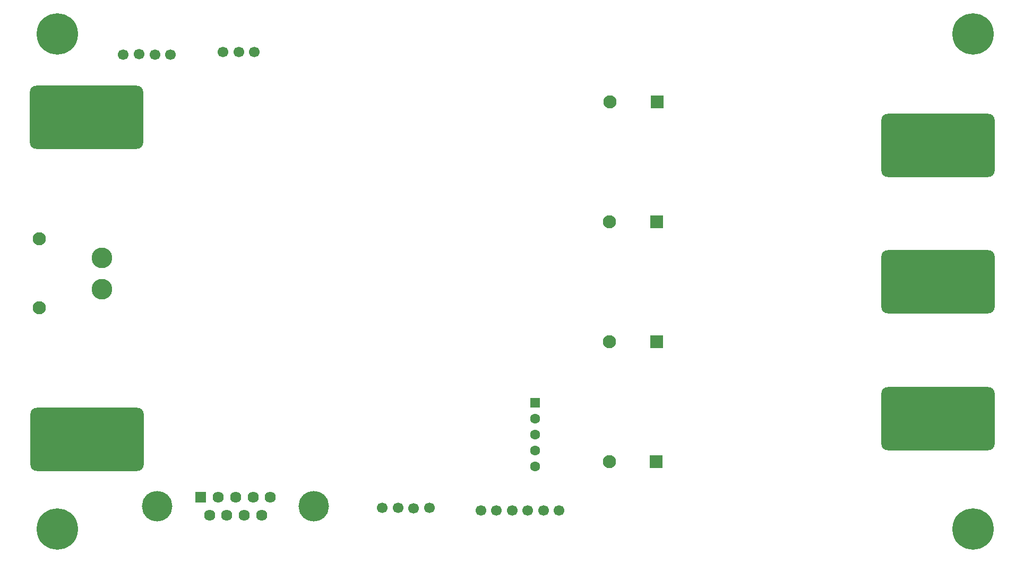
<source format=gbs>
G04*
G04 #@! TF.GenerationSoftware,Altium Limited,Altium Designer,22.6.1 (34)*
G04*
G04 Layer_Color=16711935*
%FSLAX44Y44*%
%MOMM*%
G71*
G04*
G04 #@! TF.SameCoordinates,466ED6EB-786F-44DC-B84E-C9F39F190A86*
G04*
G04*
G04 #@! TF.FilePolarity,Negative*
G04*
G01*
G75*
%ADD54C,1.7000*%
G04:AMPARAMS|DCode=55|XSize=18.1mm|YSize=10.1mm|CornerRadius=1.05mm|HoleSize=0mm|Usage=FLASHONLY|Rotation=180.000|XOffset=0mm|YOffset=0mm|HoleType=Round|Shape=RoundedRectangle|*
%AMROUNDEDRECTD55*
21,1,18.1000,8.0000,0,0,180.0*
21,1,16.0000,10.1000,0,0,180.0*
1,1,2.1000,-8.0000,4.0000*
1,1,2.1000,8.0000,4.0000*
1,1,2.1000,8.0000,-4.0000*
1,1,2.1000,-8.0000,-4.0000*
%
%ADD55ROUNDEDRECTD55*%
%ADD56R,1.7900X1.7900*%
%ADD57C,1.7900*%
%ADD58C,4.8600*%
%ADD59C,2.1000*%
%ADD60C,3.3000*%
%ADD61R,1.6000X1.6000*%
%ADD62C,1.6000*%
%ADD63R,2.1000X2.1000*%
%ADD64C,6.6000*%
%ADD65C,0.9000*%
D54*
X232000Y-674000D02*
D03*
X257000Y-673750D02*
D03*
X207000D02*
D03*
X182000D02*
D03*
X-206000Y50250D02*
D03*
X-231000Y50000D02*
D03*
X-181000D02*
D03*
X-156000D02*
D03*
X-72000Y54250D02*
D03*
X-47000Y54000D02*
D03*
X-22000D02*
D03*
X464000Y-677750D02*
D03*
X439000D02*
D03*
X389000Y-678000D02*
D03*
X414000Y-677750D02*
D03*
X364000D02*
D03*
X339000D02*
D03*
D55*
X1068000Y-531000D02*
D03*
Y-313000D02*
D03*
Y-95000D02*
D03*
X-289000Y-564000D02*
D03*
X-290000Y-50000D02*
D03*
D56*
X-107450Y-656600D02*
D03*
D57*
X-93600Y-685000D02*
D03*
X-79750Y-656600D02*
D03*
X-65900Y-685000D02*
D03*
X-52050Y-656600D02*
D03*
X-38200Y-685000D02*
D03*
X-24350Y-656600D02*
D03*
X-10500Y-685000D02*
D03*
X3350Y-656600D02*
D03*
D58*
X72900Y-670800D02*
D03*
X-177000D02*
D03*
D59*
X-365246Y-244250D02*
D03*
Y-354250D02*
D03*
X544000Y-600000D02*
D03*
X544500Y-408667D02*
D03*
Y-217333D02*
D03*
X545000Y-26000D02*
D03*
D60*
X-265246Y-324250D02*
D03*
Y-274250D02*
D03*
D61*
X426000Y-505950D02*
D03*
D62*
Y-531350D02*
D03*
Y-556750D02*
D03*
Y-582150D02*
D03*
Y-607550D02*
D03*
D63*
X619000Y-600000D02*
D03*
X619500Y-408667D02*
D03*
Y-217333D02*
D03*
X620000Y-26000D02*
D03*
D64*
X1124000Y83000D02*
D03*
X-336000Y-707000D02*
D03*
Y83000D02*
D03*
X1124000Y-707000D02*
D03*
D65*
X1098000Y-541000D02*
D03*
X1108000Y-531000D02*
D03*
Y-551000D02*
D03*
X1098000Y-561000D02*
D03*
X1118000D02*
D03*
X1128000Y-551000D02*
D03*
X1138000Y-541000D02*
D03*
Y-561000D02*
D03*
X1118000Y-541000D02*
D03*
X1128000Y-571000D02*
D03*
X1118000Y-521000D02*
D03*
X1128000Y-511000D02*
D03*
X1138000Y-501000D02*
D03*
Y-521000D02*
D03*
X1118000Y-501000D02*
D03*
X1128000Y-531000D02*
D03*
X1098000Y-501000D02*
D03*
X1108000Y-491000D02*
D03*
Y-511000D02*
D03*
X1088000Y-491000D02*
D03*
X1098000Y-521000D02*
D03*
X1028000Y-551000D02*
D03*
X1038000Y-541000D02*
D03*
X1028000Y-531000D02*
D03*
X1038000Y-561000D02*
D03*
X998000D02*
D03*
X1008000Y-551000D02*
D03*
X1018000Y-541000D02*
D03*
Y-561000D02*
D03*
X998000Y-541000D02*
D03*
X1008000Y-571000D02*
D03*
X998000Y-521000D02*
D03*
X1008000Y-511000D02*
D03*
X1018000Y-501000D02*
D03*
Y-521000D02*
D03*
X998000Y-501000D02*
D03*
X1008000Y-531000D02*
D03*
X1028000Y-511000D02*
D03*
X1038000Y-501000D02*
D03*
X1048000Y-491000D02*
D03*
X1028000D02*
D03*
X1038000Y-521000D02*
D03*
X1108000Y-571000D02*
D03*
X1148000Y-571000D02*
D03*
Y-551000D02*
D03*
Y-531000D02*
D03*
Y-511000D02*
D03*
Y-491000D02*
D03*
X1128000D02*
D03*
X1078000Y-501000D02*
D03*
X1058000D02*
D03*
X1068000Y-491000D02*
D03*
X1008000D02*
D03*
X988000D02*
D03*
Y-511000D02*
D03*
Y-531000D02*
D03*
Y-551000D02*
D03*
Y-571000D02*
D03*
X1028000D02*
D03*
X1048000D02*
D03*
X1058000Y-561000D02*
D03*
X1078000D02*
D03*
X1088000Y-571000D02*
D03*
X1068000D02*
D03*
X1098000Y-323000D02*
D03*
X1108000Y-313000D02*
D03*
Y-333000D02*
D03*
X1098000Y-343000D02*
D03*
X1118000D02*
D03*
X1128000Y-333000D02*
D03*
X1138000Y-323000D02*
D03*
Y-343000D02*
D03*
X1118000Y-323000D02*
D03*
X1128000Y-353000D02*
D03*
X1118000Y-303000D02*
D03*
X1128000Y-293000D02*
D03*
X1138000Y-283000D02*
D03*
Y-303000D02*
D03*
X1118000Y-283000D02*
D03*
X1128000Y-313000D02*
D03*
X1098000Y-283000D02*
D03*
X1108000Y-273000D02*
D03*
Y-293000D02*
D03*
X1088000Y-273000D02*
D03*
X1098000Y-303000D02*
D03*
X1028000Y-333000D02*
D03*
X1038000Y-323000D02*
D03*
X1028000Y-313000D02*
D03*
X1038000Y-343000D02*
D03*
X998000D02*
D03*
X1008000Y-333000D02*
D03*
X1018000Y-323000D02*
D03*
Y-343000D02*
D03*
X998000Y-323000D02*
D03*
X1008000Y-353000D02*
D03*
X998000Y-303000D02*
D03*
X1008000Y-293000D02*
D03*
X1018000Y-283000D02*
D03*
Y-303000D02*
D03*
X998000Y-283000D02*
D03*
X1008000Y-313000D02*
D03*
X1028000Y-293000D02*
D03*
X1038000Y-283000D02*
D03*
X1048000Y-273000D02*
D03*
X1028000D02*
D03*
X1038000Y-303000D02*
D03*
X1108000Y-353000D02*
D03*
X1148000Y-353000D02*
D03*
Y-333000D02*
D03*
Y-313000D02*
D03*
Y-293000D02*
D03*
Y-273000D02*
D03*
X1128000D02*
D03*
X1078000Y-283000D02*
D03*
X1058000D02*
D03*
X1068000Y-273000D02*
D03*
X1008000D02*
D03*
X988000D02*
D03*
Y-293000D02*
D03*
Y-313000D02*
D03*
Y-333000D02*
D03*
Y-353000D02*
D03*
X1028000D02*
D03*
X1048000D02*
D03*
X1058000Y-343000D02*
D03*
X1078000D02*
D03*
X1088000Y-353000D02*
D03*
X1068000D02*
D03*
X1098000Y-105000D02*
D03*
X1108000Y-95000D02*
D03*
Y-115000D02*
D03*
X1098000Y-125000D02*
D03*
X1118000D02*
D03*
X1128000Y-115000D02*
D03*
X1138000Y-105000D02*
D03*
Y-125000D02*
D03*
X1118000Y-105000D02*
D03*
X1128000Y-135000D02*
D03*
X1118000Y-85000D02*
D03*
X1128000Y-75000D02*
D03*
X1138000Y-65000D02*
D03*
Y-85000D02*
D03*
X1118000Y-65000D02*
D03*
X1128000Y-95000D02*
D03*
X1098000Y-65000D02*
D03*
X1108000Y-55000D02*
D03*
Y-75000D02*
D03*
X1088000Y-55000D02*
D03*
X1098000Y-85000D02*
D03*
X1028000Y-115000D02*
D03*
X1038000Y-105000D02*
D03*
X1028000Y-95000D02*
D03*
X1038000Y-125000D02*
D03*
X998000D02*
D03*
X1008000Y-115000D02*
D03*
X1018000Y-105000D02*
D03*
Y-125000D02*
D03*
X998000Y-105000D02*
D03*
X1008000Y-135000D02*
D03*
X998000Y-85000D02*
D03*
X1008000Y-75000D02*
D03*
X1018000Y-65000D02*
D03*
Y-85000D02*
D03*
X998000Y-65000D02*
D03*
X1008000Y-95000D02*
D03*
X1028000Y-75000D02*
D03*
X1038000Y-65000D02*
D03*
X1048000Y-55000D02*
D03*
X1028000D02*
D03*
X1038000Y-85000D02*
D03*
X1108000Y-135000D02*
D03*
X1148000Y-135000D02*
D03*
Y-115000D02*
D03*
Y-95000D02*
D03*
Y-75000D02*
D03*
Y-55000D02*
D03*
X1128000D02*
D03*
X1078000Y-65000D02*
D03*
X1058000D02*
D03*
X1068000Y-55000D02*
D03*
X1008000D02*
D03*
X988000D02*
D03*
Y-75000D02*
D03*
Y-95000D02*
D03*
Y-115000D02*
D03*
Y-135000D02*
D03*
X1028000D02*
D03*
X1048000D02*
D03*
X1058000Y-125000D02*
D03*
X1078000D02*
D03*
X1088000Y-135000D02*
D03*
X1068000D02*
D03*
X-259000Y-574000D02*
D03*
X-249000Y-564000D02*
D03*
Y-584000D02*
D03*
X-259000Y-594000D02*
D03*
X-239000D02*
D03*
X-229000Y-584000D02*
D03*
X-219000Y-574000D02*
D03*
Y-594000D02*
D03*
X-239000Y-574000D02*
D03*
X-229000Y-604000D02*
D03*
X-239000Y-554000D02*
D03*
X-229000Y-544000D02*
D03*
X-219000Y-534000D02*
D03*
Y-554000D02*
D03*
X-239000Y-534000D02*
D03*
X-229000Y-564000D02*
D03*
X-259000Y-534000D02*
D03*
X-249000Y-524000D02*
D03*
Y-544000D02*
D03*
X-269000Y-524000D02*
D03*
X-259000Y-554000D02*
D03*
X-329000Y-584000D02*
D03*
X-319000Y-574000D02*
D03*
X-329000Y-564000D02*
D03*
X-319000Y-594000D02*
D03*
X-359000D02*
D03*
X-349000Y-584000D02*
D03*
X-339000Y-574000D02*
D03*
Y-594000D02*
D03*
X-359000Y-574000D02*
D03*
X-349000Y-604000D02*
D03*
X-359000Y-554000D02*
D03*
X-349000Y-544000D02*
D03*
X-339000Y-534000D02*
D03*
Y-554000D02*
D03*
X-359000Y-534000D02*
D03*
X-349000Y-564000D02*
D03*
X-329000Y-544000D02*
D03*
X-319000Y-534000D02*
D03*
X-309000Y-524000D02*
D03*
X-329000D02*
D03*
X-319000Y-554000D02*
D03*
X-249000Y-604000D02*
D03*
X-209000Y-604000D02*
D03*
Y-584000D02*
D03*
Y-564000D02*
D03*
Y-544000D02*
D03*
Y-524000D02*
D03*
X-229000D02*
D03*
X-279000Y-534000D02*
D03*
X-299000D02*
D03*
X-289000Y-524000D02*
D03*
X-349000D02*
D03*
X-369000D02*
D03*
Y-544000D02*
D03*
Y-564000D02*
D03*
Y-584000D02*
D03*
Y-604000D02*
D03*
X-329000D02*
D03*
X-309000D02*
D03*
X-299000Y-594000D02*
D03*
X-279000D02*
D03*
X-269000Y-604000D02*
D03*
X-289000D02*
D03*
X-260000Y-60000D02*
D03*
X-250000Y-50000D02*
D03*
Y-70000D02*
D03*
X-260000Y-80000D02*
D03*
X-240000D02*
D03*
X-230000Y-70000D02*
D03*
X-220000Y-60000D02*
D03*
Y-80000D02*
D03*
X-240000Y-60000D02*
D03*
X-230000Y-90000D02*
D03*
X-240000Y-40000D02*
D03*
X-230000Y-30000D02*
D03*
X-220000Y-20000D02*
D03*
Y-40000D02*
D03*
X-240000Y-20000D02*
D03*
X-230000Y-50000D02*
D03*
X-260000Y-20000D02*
D03*
X-250000Y-10000D02*
D03*
Y-30000D02*
D03*
X-270000Y-10000D02*
D03*
X-260000Y-40000D02*
D03*
X-330000Y-70000D02*
D03*
X-320000Y-60000D02*
D03*
X-330000Y-50000D02*
D03*
X-320000Y-80000D02*
D03*
X-360000D02*
D03*
X-350000Y-70000D02*
D03*
X-340000Y-60000D02*
D03*
Y-80000D02*
D03*
X-360000Y-60000D02*
D03*
X-350000Y-90000D02*
D03*
X-360000Y-40000D02*
D03*
X-350000Y-30000D02*
D03*
X-340000Y-20000D02*
D03*
Y-40000D02*
D03*
X-360000Y-20000D02*
D03*
X-350000Y-50000D02*
D03*
X-330000Y-30000D02*
D03*
X-320000Y-20000D02*
D03*
X-310000Y-10000D02*
D03*
X-330000D02*
D03*
X-320000Y-40000D02*
D03*
X-250000Y-90000D02*
D03*
X-210000Y-90000D02*
D03*
Y-70000D02*
D03*
Y-50000D02*
D03*
Y-30000D02*
D03*
Y-10000D02*
D03*
X-230000D02*
D03*
X-280000Y-20000D02*
D03*
X-300000D02*
D03*
X-290000Y-10000D02*
D03*
X-350000D02*
D03*
X-370000D02*
D03*
Y-30000D02*
D03*
Y-50000D02*
D03*
Y-70000D02*
D03*
Y-90000D02*
D03*
X-330000D02*
D03*
X-310000D02*
D03*
X-300000Y-80000D02*
D03*
X-280000D02*
D03*
X-270000Y-90000D02*
D03*
X-290000D02*
D03*
M02*

</source>
